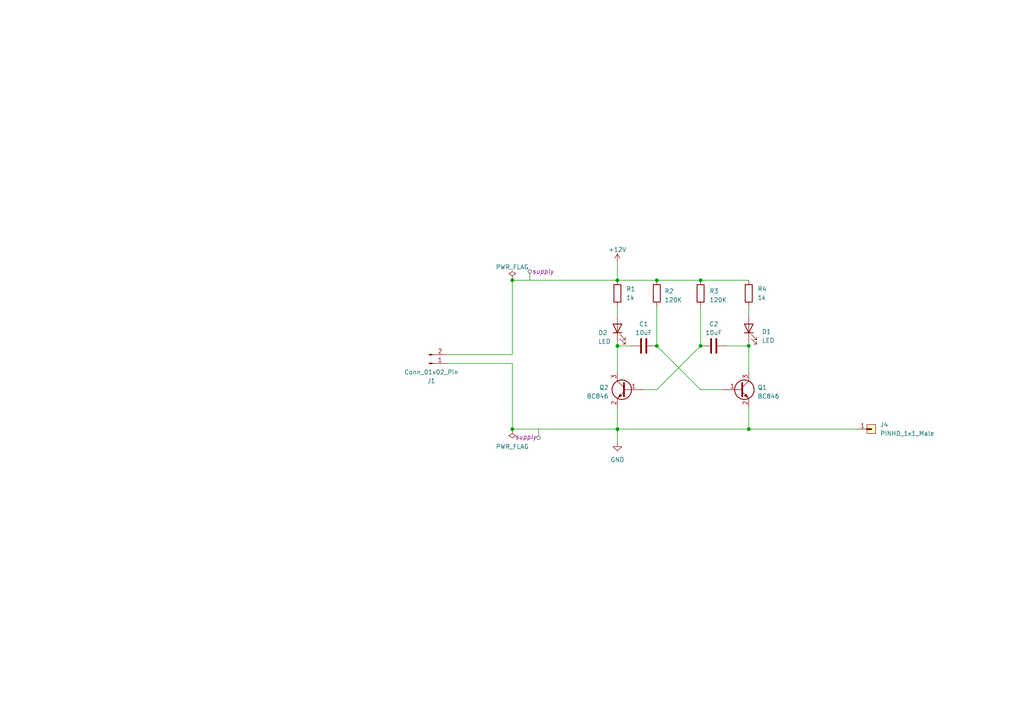
<source format=kicad_sch>
(kicad_sch (version 20231120) (generator "eeschema") (generator_version "8.0")
  (paper "A4")
  (lib_symbols
    (symbol "Connector:Conn_01x02_Pin" (pin_names (offset 1.016) hide)
      (property "Reference" "J" (at 0 2.54 0))
      (property "Value" "Conn_01x02_Pin" (at 0 -5.08 0))
      (symbol "Conn_01x02_Pin_1_1"
        (polyline (pts (xy 1.27 -2.54) (xy 0.8636 -2.54)) (stroke (width 0.1524)))
        (polyline (pts (xy 1.27 0) (xy 0.8636 0)) (stroke (width 0.1524)))
        (rectangle (start 0.8636 -2.413) (end 0 -2.667) (stroke (width 0.1524)) (fill (type outline)))
        (rectangle (start 0.8636 0.127) (end 0 -0.127) (stroke (width 0.1524)) (fill (type outline)))
        (pin passive line (at 5.08 0 180) (length 3.81) (name "Pin_1") (number "1"))
        (pin passive line (at 5.08 -2.54 180) (length 3.81) (name "Pin_2") (number "2"))
      )
    )
    (symbol "Device:C" (pin_numbers hide) (pin_names (offset 0.254))
      (property "Reference" "C" (at 0.635 2.54 0))
      (property "Value" "C" (at 0.635 -2.54 0))
      (symbol "C_0_1"
        (polyline (pts (xy -2.032 -0.762) (xy 2.032 -0.762)) (stroke (width 0.508)))
        (polyline (pts (xy -2.032 0.762) (xy 2.032 0.762)) (stroke (width 0.508)))
      )
      (symbol "C_1_1"
        (pin passive line (at 0 3.81 270) (length 2.794) (name "~") (number "1"))
        (pin passive line (at 0 -3.81 90) (length 2.794) (name "~") (number "2"))
      )
    )
    (symbol "Device:LED" (pin_numbers hide) (pin_names (offset 1.016) hide)
      (property "Reference" "D" (at 0 2.54 0))
      (property "Value" "LED" (at 0 -2.54 0))
      (symbol "LED_0_1"
        (polyline (pts (xy -1.27 -1.27) (xy -1.27 1.27)) (stroke (width 0.254)))
        (polyline (pts (xy -1.27 0) (xy 1.27 0)))
        (polyline (pts (xy 1.27 -1.27) (xy 1.27 1.27) (xy -1.27 0) (xy 1.27 -1.27)) (stroke (width 0.254)))
        (polyline (pts (xy -3.048 -0.762) (xy -4.572 -2.286) (xy -3.81 -2.286) (xy -4.572 -2.286) (xy -4.572 -1.524)))
        (polyline (pts (xy -1.778 -0.762) (xy -3.302 -2.286) (xy -2.54 -2.286) (xy -3.302 -2.286) (xy -3.302 -1.524)))
      )
      (symbol "LED_1_1"
        (pin passive line (at -3.81 0 0) (length 2.54) (name "K") (number "1"))
        (pin passive line (at 3.81 0 180) (length 2.54) (name "A") (number "2"))
      )
    )
    (symbol "Device:R" (pin_numbers hide) (pin_names (offset 0))
      (property "Reference" "R" (at 2.032 0 90))
      (property "Value" "R" (at 0 0 90))
      (symbol "R_0_1"
        (rectangle (start -1.016 -2.54) (end 1.016 2.54) (stroke (width 0.254)))
      )
      (symbol "R_1_1"
        (pin passive line (at 0 3.81 270) (length 1.27) (name "~") (number "1"))
        (pin passive line (at 0 -3.81 90) (length 1.27) (name "~") (number "2"))
      )
    )
    (symbol "PCM_SL_Pin_Headers:PINHD_1x1_Male"
      (property "Reference" "J" (at 0 6.35 0))
      (property "Value" "PINHD_1x1_Male" (at 0 3.81 0))
      (symbol "PINHD_1x1_Male_0_1"
        (rectangle (start -1.27 1.27) (end 1.27 -1.27) (fill (type background)))
        (polyline (pts (xy -1.27 0) (xy 0 0)) (stroke (width 0.3)))
        (polyline (pts (xy -1.27 0) (xy 0 0)) (stroke (width 0.5)))
      )
      (symbol "PINHD_1x1_Male_1_1"
        (pin passive line (at -3.81 0 0) (length 2.54) (name "") (number "1"))
      )
    )
    (symbol "Transistor_BJT:BC846" (pin_names (offset 0) hide)
      (property "Reference" "Q" (at 5.08 1.905 0))
      (property "Value" "BC846" (at 5.08 0 0))
      (symbol "BC846_0_1"
        (polyline (pts (xy 0.635 0.635) (xy 2.54 2.54)))
        (polyline (pts (xy 0.635 -0.635) (xy 2.54 -2.54) (xy 2.54 -2.54)))
        (polyline (pts (xy 0.635 1.905) (xy 0.635 -1.905) (xy 0.635 -1.905)) (stroke (width 0.508)))
        (polyline (pts (xy 1.27 -1.778) (xy 1.778 -1.27) (xy 2.286 -2.286) (xy 1.27 -1.778) (xy 1.27 -1.778)) (fill (type outline)))
        (circle (center 1.27 0) (radius 2.8194) (stroke (width 0.254)))
      )
      (symbol "BC846_1_1"
        (pin input line (at -5.08 0 0) (length 5.715) (name "B") (number "1"))
        (pin passive line (at 2.54 -5.08 90) (length 2.54) (name "E") (number "2"))
        (pin passive line (at 2.54 5.08 270) (length 2.54) (name "C") (number "3"))
      )
    )
    (symbol "power:+12V" (power) (pin_names (offset 0))
      (property "Value" "+12V" (at 0 3.556 0))
      (symbol "+12V_0_1"
        (polyline (pts (xy -0.762 1.27) (xy 0 2.54)))
        (polyline (pts (xy 0 0) (xy 0 2.54)))
        (polyline (pts (xy 0 2.54) (xy 0.762 1.27)))
      )
      (symbol "+12V_1_1"
        (pin power_in line (at 0 0 90) (length 0) hide (name "+12V") (number "1"))
      )
    )
    (symbol "power:GND" (power) (pin_names (offset 0))
      (property "Value" "GND" (at 0 -3.81 0))
      (symbol "GND_0_1"
        (polyline (pts (xy 0 0) (xy 0 -1.27) (xy 1.27 -1.27) (xy 0 -2.54) (xy -1.27 -1.27) (xy 0 -1.27)))
      )
      (symbol "GND_1_1"
        (pin power_in line (at 0 0 270) (length 0) hide (name "GND") (number "1"))
      )
    )
    (symbol "power:PWR_FLAG" (power) (pin_numbers hide) (pin_names (offset 0) hide)
      (property "Value" "PWR_FLAG" (at 0 3.81 0))
      (symbol "PWR_FLAG_0_0"
        (pin power_out line (at 0 0 90) (length 0) (name "pwr") (number "1"))
      )
      (symbol "PWR_FLAG_0_1"
        (polyline (pts (xy 0 0) (xy 0 1.27) (xy -1.016 1.905) (xy 0 2.54) (xy 1.016 1.905) (xy 0 1.27)))
      )
    )
  )
  (junction (at 190.5 81.28))
  (junction (at 179.07 81.28))
  (junction (at 217.17 124.46))
  (junction (at 148.59 81.28))
  (junction (at 217.17 100.33))
  (junction (at 148.59 124.46))
  (junction (at 203.2 81.28))
  (junction (at 179.07 124.46))
  (junction (at 203.2 100.33))
  (junction (at 179.07 100.33))
  (junction (at 190.5 100.33))
  (wire (pts (xy 148.59 105.41) (xy 148.59 124.46)))
  (wire (pts (xy 179.07 99.06) (xy 179.07 100.33)))
  (wire (pts (xy 179.07 91.44) (xy 179.07 88.9)))
  (wire (pts (xy 179.07 124.46) (xy 217.17 124.46)))
  (wire (pts (xy 179.07 118.11) (xy 179.07 124.46)))
  (wire (pts (xy 210.82 100.33) (xy 217.17 100.33)))
  (wire (pts (xy 179.07 76.2) (xy 179.07 81.28)))
  (wire (pts (xy 148.59 102.87) (xy 148.59 81.28)))
  (wire (pts (xy 179.07 107.95) (xy 179.07 100.33)))
  (wire (pts (xy 217.17 124.46) (xy 217.17 118.11)))
  (wire (pts (xy 217.17 91.44) (xy 217.17 88.9)))
  (wire (pts (xy 203.2 100.33) (xy 203.2 88.9)))
  (wire (pts (xy 203.2 113.03) (xy 209.55 113.03)))
  (wire (pts (xy 186.69 113.03) (xy 190.5 113.03)))
  (wire (pts (xy 217.17 99.06) (xy 217.17 100.33)))
  (wire (pts (xy 179.07 128.27) (xy 179.07 124.46)))
  (wire (pts (xy 203.2 81.28) (xy 217.17 81.28)))
  (wire (pts (xy 217.17 107.95) (xy 217.17 100.33)))
  (wire (pts (xy 129.54 105.41) (xy 148.59 105.41)))
  (wire (pts (xy 179.07 81.28) (xy 190.5 81.28)))
  (wire (pts (xy 203.2 100.33) (xy 190.5 113.03)))
  (wire (pts (xy 248.92 124.46) (xy 217.17 124.46)))
  (wire (pts (xy 190.5 100.33) (xy 203.2 113.03)))
  (wire (pts (xy 179.07 100.33) (xy 182.88 100.33)))
  (wire (pts (xy 148.59 124.46) (xy 179.07 124.46)))
  (wire (pts (xy 190.5 100.33) (xy 190.5 88.9)))
  (wire (pts (xy 129.54 102.87) (xy 148.59 102.87)))
  (wire (pts (xy 148.59 81.28) (xy 179.07 81.28)))
  (wire (pts (xy 190.5 81.28) (xy 203.2 81.28)))
  (netclass_flag "" (length 2.54) (shape round) (at 153.67 81.28 0) (property "Netclass" "supply" (at 154.3685 78.74 0) (effects (font (italic yes)) (justify left))))
  (netclass_flag "" (length 2.54) (shape round) (at 156.21 124.46 180) (property "Netclass" "supply" (at 155.702 126.746 0) (effects (font (italic yes)) (justify right))))
  (symbol (lib_id "Device:R") (at 190.5 85.09 0) (unit 1)
    (property "Reference" "R2" (at 192.728 84.455 0) (effects (justify left)))
    (property "Value" "120K" (at 192.728 86.995 0) (effects (justify left)))
    (property "Footprint" "Resistor_SMD:R_0805_2012Metric_Pad1.20x1.40mm_HandSolder" (effects (hide yes)))
  )
  (symbol (lib_id "power:PWR_FLAG") (at 148.59 124.46 180) (unit 1)
    (property "Reference" "#FLG02" (effects (hide yes)))
    (property "Value" "PWR_FLAG" (at 148.59 129.54 0))
  )
  (symbol (lib_id "Device:LED") (at 217.17 95.25 90) (unit 1)
    (property "Reference" "D1" (at 220.98 96.2025 90) (effects (justify right)))
    (property "Value" "LED" (at 220.98 98.7425 90) (effects (justify right)))
    (property "Footprint" "LED_SMD:LED_0805_2012Metric_Pad1.15x1.40mm_HandSolder" (effects (hide yes)))
  )
  (symbol (lib_id "Device:LED") (at 179.07 95.25 90) (unit 1)
    (property "Reference" "D2" (at 173.482 96.52 90) (effects (justify right)))
    (property "Value" "LED" (at 173.482 99.06 90) (effects (justify right)))
    (property "Footprint" "LED_SMD:LED_0805_2012Metric_Pad1.15x1.40mm_HandSolder" (effects (hide yes)))
  )
  (symbol (lib_id "power:+12V") (at 179.07 76.2 0) (unit 1)
    (property "Reference" "#PWR03" (effects (hide yes)))
    (property "Value" "+12V" (at 179.07 72.39 0))
  )
  (symbol (lib_id "Device:R") (at 203.2 85.09 0) (unit 1)
    (property "Reference" "R3" (at 205.74 84.455 0) (effects (justify left)))
    (property "Value" "120K" (at 205.74 86.995 0) (effects (justify left)))
    (property "Footprint" "Resistor_SMD:R_0805_2012Metric_Pad1.20x1.40mm_HandSolder" (effects (hide yes)))
  )
  (symbol (lib_id "Connector:Conn_01x02_Pin") (at 124.46 105.41 0) (mirror x) (unit 1)
    (property "Reference" "J1" (at 125.095 110.49 0))
    (property "Value" "Conn_01x02_Pin" (at 125.095 107.95 0))
    (property "Footprint" "Connector_PinHeader_2.54mm:PinHeader_1x02_P2.54mm_Vertical" (effects (hide yes)))
  )
  (symbol (lib_id "Device:R") (at 179.07 85.09 0) (unit 1)
    (property "Reference" "R1" (at 181.61 83.82 0) (effects (justify left)))
    (property "Value" "1k" (at 181.61 86.36 0) (effects (justify left)))
    (property "Footprint" "Resistor_SMD:R_0805_2012Metric_Pad1.20x1.40mm_HandSolder" (effects (hide yes)))
  )
  (symbol (lib_id "power:GND") (at 179.07 128.27 0) (unit 1)
    (property "Reference" "#PWR01" (effects (hide yes)))
    (property "Value" "GND" (at 179.07 133.35 0))
  )
  (symbol (lib_id "Device:C") (at 207.01 100.33 90) (unit 1)
    (property "Reference" "C2" (at 207.01 93.98 90))
    (property "Value" "10uF" (at 207.01 96.52 90))
    (property "Footprint" "Capacitor_SMD:C_1206_3216Metric_Pad1.33x1.80mm_HandSolder" (effects (hide yes)))
  )
  (symbol (lib_id "PCM_SL_Pin_Headers:PINHD_1x1_Male") (at 252.73 124.46 0) (unit 1)
    (property "Reference" "J4" (at 255.27 123.1899 0) (effects (justify left)))
    (property "Value" "PINHD_1x1_Male" (at 255.27 125.7299 0) (effects (justify left)))
    (property "Footprint" "Connector_PinHeader_2.54mm:PinHeader_1x01_P2.54mm_Vertical" (effects (hide yes)))
    (property "Description" "Pin Header male with pin space 2.54mm. Pin Count -1" (effects (hide yes)))
  )
  (symbol (lib_id "power:PWR_FLAG") (at 148.59 81.28 0) (unit 1)
    (property "Reference" "#FLG01" (effects (hide yes)))
    (property "Value" "PWR_FLAG" (at 148.59 77.47 0))
  )
  (symbol (lib_id "Transistor_BJT:BC846") (at 181.61 113.03 0) (mirror y) (unit 1)
    (property "Reference" "Q2" (at 176.53 112.395 0) (effects (justify left)))
    (property "Value" "BC846" (at 176.53 114.935 0) (effects (justify left)))
    (property "Footprint" "Package_TO_SOT_SMD:SOT-23" (effects (hide yes)))
    (property "Datasheet" "https://assets.nexperia.com/documents/data-sheet/BC846_SER.pdf" (effects (hide yes)))
  )
  (symbol (lib_id "Transistor_BJT:BC846") (at 214.63 113.03 0) (unit 1)
    (property "Reference" "Q1" (at 219.71 112.395 0) (effects (justify left)))
    (property "Value" "BC846" (at 219.71 114.935 0) (effects (justify left)))
    (property "Footprint" "Package_TO_SOT_SMD:SOT-23" (effects (hide yes)))
    (property "Datasheet" "https://assets.nexperia.com/documents/data-sheet/BC846_SER.pdf" (effects (hide yes)))
  )
  (symbol (lib_id "Device:R") (at 217.17 85.09 0) (unit 1)
    (property "Reference" "R4" (at 219.71 83.82 0) (effects (justify left)))
    (property "Value" "1k" (at 219.71 86.36 0) (effects (justify left)))
    (property "Footprint" "Resistor_SMD:R_0805_2012Metric_Pad1.20x1.40mm_HandSolder" (effects (hide yes)))
  )
  (symbol (lib_id "Device:C") (at 186.69 100.33 90) (unit 1)
    (property "Reference" "C1" (at 186.69 93.98 90))
    (property "Value" "10uF" (at 186.69 96.52 90))
    (property "Footprint" "Capacitor_SMD:C_1206_3216Metric_Pad1.33x1.80mm_HandSolder" (effects (hide yes)))
  )
)
</source>
